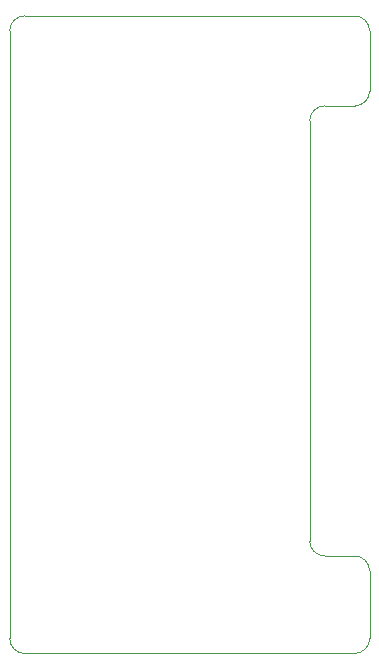
<source format=gm1>
%TF.GenerationSoftware,KiCad,Pcbnew,7.0.8-7.0.8~ubuntu22.04.1*%
%TF.CreationDate,2023-11-02T18:58:55-04:00*%
%TF.ProjectId,kicad_psu,6b696361-645f-4707-9375-2e6b69636164,rev?*%
%TF.SameCoordinates,Original*%
%TF.FileFunction,Profile,NP*%
%FSLAX46Y46*%
G04 Gerber Fmt 4.6, Leading zero omitted, Abs format (unit mm)*
G04 Created by KiCad (PCBNEW 7.0.8-7.0.8~ubuntu22.04.1) date 2023-11-02 18:58:55*
%MOMM*%
%LPD*%
G01*
G04 APERTURE LIST*
%TA.AperFunction,Profile*%
%ADD10C,0.100000*%
%TD*%
G04 APERTURE END LIST*
D10*
X105410000Y-63500000D02*
G75*
G03*
X104140000Y-62230000I-1270000J0D01*
G01*
X104140000Y-69850000D02*
G75*
G03*
X105410000Y-68580000I0J1270000D01*
G01*
X101600000Y-69850000D02*
G75*
G03*
X100330000Y-71120000I0J-1270000D01*
G01*
X100330000Y-106680000D02*
G75*
G03*
X101600000Y-107950000I1270000J0D01*
G01*
X105410000Y-109220000D02*
G75*
G03*
X104140000Y-107950000I-1270000J0D01*
G01*
X104140000Y-116205000D02*
G75*
G03*
X105410000Y-114935000I0J1270000D01*
G01*
X74930000Y-114935000D02*
G75*
G03*
X76200000Y-116205000I1270000J0D01*
G01*
X76200000Y-62230000D02*
G75*
G03*
X74930000Y-63500000I0J-1270000D01*
G01*
X105410000Y-68580000D02*
X105410000Y-63500000D01*
X101600000Y-69850000D02*
X104140000Y-69850000D01*
X100330000Y-106680000D02*
X100330000Y-71120000D01*
X104140000Y-107950000D02*
X101600000Y-107950000D01*
X105410000Y-114935000D02*
X105410000Y-109220000D01*
X76200000Y-116205000D02*
X104140000Y-116205000D01*
X74930000Y-63500000D02*
X74930000Y-114935000D01*
X104140000Y-62230000D02*
X76200000Y-62230000D01*
M02*

</source>
